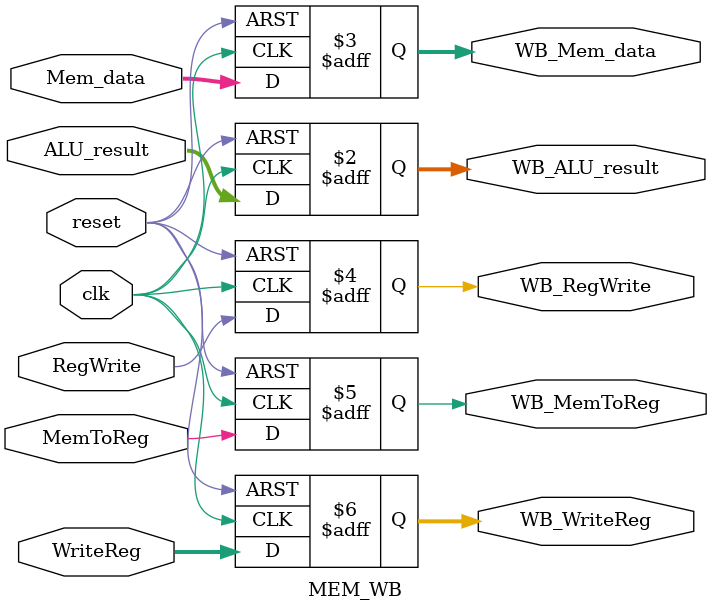
<source format=v>
module MEM_WB (
    input wire clk,
    input wire reset,
    input wire [31:0] ALU_result,  // ALU result from MEM stage
    input wire [31:0] Mem_data,   // Data from memory
    input wire RegWrite,          // Write to register control
    input wire MemToReg,          // Source of write-back data
    input wire [4:0] WriteReg,    // Register destination
    output reg [31:0] WB_ALU_result, // Forwarded ALU result
    output reg [31:0] WB_Mem_data,   // Forwarded memory data
    output reg WB_RegWrite,          // Forwarded RegWrite control
    output reg WB_MemToReg,          // Forwarded MemToReg control
    output reg [4:0] WB_WriteReg     // Forwarded destination register
);
    always @(posedge clk or posedge reset) begin
        if (reset) begin
            WB_ALU_result <= 32'b0;
            WB_Mem_data <= 32'b0;
            WB_RegWrite <= 1'b0;
            WB_MemToReg <= 1'b0;
            WB_WriteReg <= 5'b0;
        end else begin
            WB_ALU_result <= ALU_result;
            WB_Mem_data <= Mem_data;
            WB_RegWrite <= RegWrite;
            WB_MemToReg <= MemToReg;
            WB_WriteReg <= WriteReg;
        end
    end
endmodule

</source>
